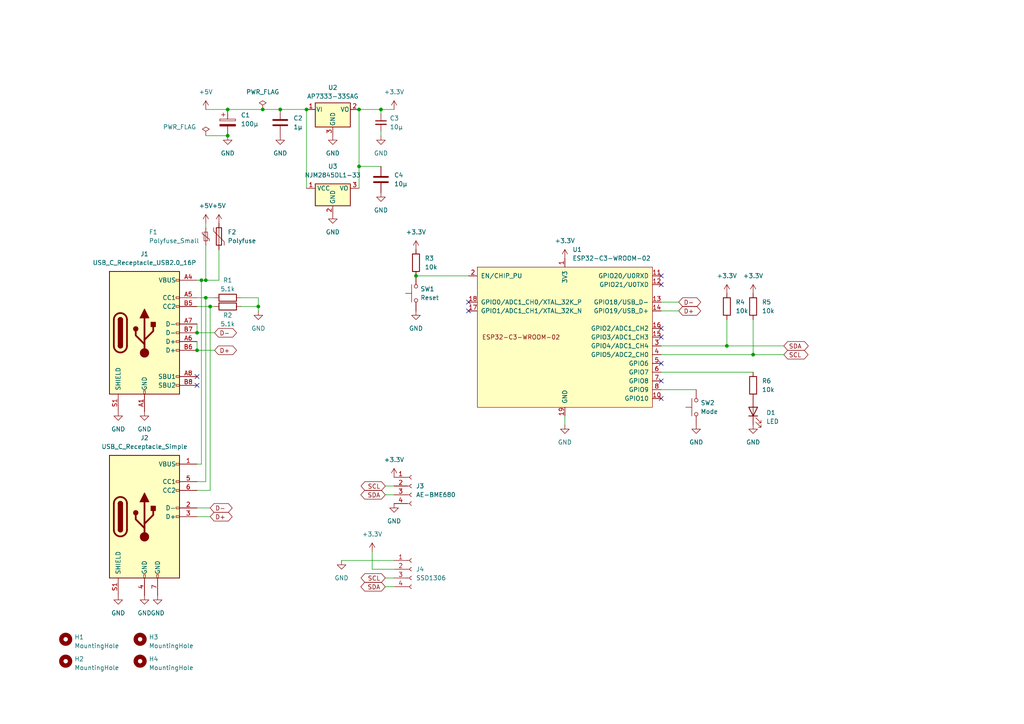
<source format=kicad_sch>
(kicad_sch (version 20230121) (generator eeschema)
  (paper "A4")
  (title_block (title "IoT環境メーター") (date "2024-02-06") (rev "1") (company "K.Takata"))
  (lib_symbols
    (symbol "Connector:Conn_01x04_Socket" (pin_names (offset 1.016) hide)
      (property "Reference" "J" (at 0 5.08 0))
      (property "Value" "Conn_01x04_Socket" (at 0 -7.62 0))
      (symbol "Conn_01x04_Socket_1_1"
        (arc (start 0 -4.572) (mid -0.5058 -5.08) (end 0 -5.588) (stroke (width 0.1524)))
        (arc (start 0 -2.032) (mid -0.5058 -2.54) (end 0 -3.048) (stroke (width 0.1524)))
        (polyline (pts (xy -1.27 -5.08) (xy -0.508 -5.08)) (stroke (width 0.1524)))
        (polyline (pts (xy -1.27 -2.54) (xy -0.508 -2.54)) (stroke (width 0.1524)))
        (polyline (pts (xy -1.27 0) (xy -0.508 0)) (stroke (width 0.1524)))
        (polyline (pts (xy -1.27 2.54) (xy -0.508 2.54)) (stroke (width 0.1524)))
        (arc (start 0 0.508) (mid -0.5058 0) (end 0 -0.508) (stroke (width 0.1524)))
        (arc (start 0 3.048) (mid -0.5058 2.54) (end 0 2.032) (stroke (width 0.1524)))
        (pin passive line (at -5.08 2.54 0) (length 3.81) (name "Pin_1") (number "1"))
        (pin passive line (at -5.08 0 0) (length 3.81) (name "Pin_2") (number "2"))
        (pin passive line (at -5.08 -2.54 0) (length 3.81) (name "Pin_3") (number "3"))
        (pin passive line (at -5.08 -5.08 0) (length 3.81) (name "Pin_4") (number "4"))
      )
    )
    (symbol "Connector:USB_C_Receptacle_USB2.0_16P" (pin_names (offset 1.016))
      (property "Reference" "J" (at 0 22.225 0))
      (property "Value" "USB_C_Receptacle_USB2.0_16P" (at 0 19.685 0))
      (symbol "USB_C_Receptacle_USB2.0_16P_0_0"
        (rectangle (start -0.254 -17.78) (end 0.254 -16.764))
        (rectangle (start 10.16 -14.986) (end 9.144 -15.494))
        (rectangle (start 10.16 -12.446) (end 9.144 -12.954))
        (rectangle (start 10.16 -4.826) (end 9.144 -5.334))
        (rectangle (start 10.16 -2.286) (end 9.144 -2.794))
        (rectangle (start 10.16 0.254) (end 9.144 -0.254))
        (rectangle (start 10.16 2.794) (end 9.144 2.286))
        (rectangle (start 10.16 7.874) (end 9.144 7.366))
        (rectangle (start 10.16 10.414) (end 9.144 9.906))
        (rectangle (start 10.16 15.494) (end 9.144 14.986))
      )
      (symbol "USB_C_Receptacle_USB2.0_16P_0_1"
        (rectangle (start -10.16 17.78) (end 10.16 -17.78) (stroke (width 0.254)) (fill (type background)))
        (arc (start -8.89 -3.81) (mid -6.985 -5.7067) (end -5.08 -3.81) (stroke (width 0.508)))
        (arc (start -7.62 -3.81) (mid -6.985 -4.4423) (end -6.35 -3.81) (stroke (width 0.254)))
        (arc (start -7.62 -3.81) (mid -6.985 -4.4423) (end -6.35 -3.81) (stroke (width 0.254)) (fill (type outline)))
        (rectangle (start -7.62 -3.81) (end -6.35 3.81) (stroke (width 0.254)) (fill (type outline)))
        (arc (start -6.35 3.81) (mid -6.985 4.4423) (end -7.62 3.81) (stroke (width 0.254)))
        (arc (start -6.35 3.81) (mid -6.985 4.4423) (end -7.62 3.81) (stroke (width 0.254)) (fill (type outline)))
        (arc (start -5.08 3.81) (mid -6.985 5.7067) (end -8.89 3.81) (stroke (width 0.508)))
        (circle (center -2.54 1.143) (radius 0.635) (stroke (width 0.254)) (fill (type outline)))
        (circle (center 0 -5.842) (radius 1.27) (fill (type outline)))
        (polyline (pts (xy -8.89 -3.81) (xy -8.89 3.81)) (stroke (width 0.508)))
        (polyline (pts (xy -5.08 3.81) (xy -5.08 -3.81)) (stroke (width 0.508)))
        (polyline (pts (xy 0 -5.842) (xy 0 4.318)) (stroke (width 0.508)))
        (polyline (pts (xy 0 -3.302) (xy -2.54 -0.762) (xy -2.54 0.508)) (stroke (width 0.508)))
        (polyline (pts (xy 0 -2.032) (xy 2.54 0.508) (xy 2.54 1.778)) (stroke (width 0.508)))
        (polyline (pts (xy -1.27 4.318) (xy 0 6.858) (xy 1.27 4.318) (xy -1.27 4.318)) (stroke (width 0.254)) (fill (type outline)))
        (rectangle (start 1.905 1.778) (end 3.175 3.048) (stroke (width 0.254)) (fill (type outline)))
      )
      (symbol "USB_C_Receptacle_USB2.0_16P_1_1"
        (pin passive line (at 0 -22.86 90) (length 5.08) (name "GND") (number "A1"))
        (pin passive line (at 0 -22.86 90) (length 5.08) hide (name "GND") (number "A12"))
        (pin passive line (at 15.24 15.24 180) (length 5.08) (name "VBUS") (number "A4"))
        (pin bidirectional line (at 15.24 10.16 180) (length 5.08) (name "CC1") (number "A5"))
        (pin bidirectional line (at 15.24 -2.54 180) (length 5.08) (name "D+") (number "A6"))
        (pin bidirectional line (at 15.24 2.54 180) (length 5.08) (name "D-") (number "A7"))
        (pin bidirectional line (at 15.24 -12.7 180) (length 5.08) (name "SBU1") (number "A8"))
        (pin passive line (at 15.24 15.24 180) (length 5.08) hide (name "VBUS") (number "A9"))
        (pin passive line (at 0 -22.86 90) (length 5.08) hide (name "GND") (number "B1"))
        (pin passive line (at 0 -22.86 90) (length 5.08) hide (name "GND") (number "B12"))
        (pin passive line (at 15.24 15.24 180) (length 5.08) hide (name "VBUS") (number "B4"))
        (pin bidirectional line (at 15.24 7.62 180) (length 5.08) (name "CC2") (number "B5"))
        (pin bidirectional line (at 15.24 -5.08 180) (length 5.08) (name "D+") (number "B6"))
        (pin bidirectional line (at 15.24 0 180) (length 5.08) (name "D-") (number "B7"))
        (pin bidirectional line (at 15.24 -15.24 180) (length 5.08) (name "SBU2") (number "B8"))
        (pin passive line (at 15.24 15.24 180) (length 5.08) hide (name "VBUS") (number "B9"))
        (pin passive line (at -7.62 -22.86 90) (length 5.08) (name "SHIELD") (number "S1"))
      )
    )
    (symbol "Device:C" (pin_numbers hide) (pin_names (offset 0.254))
      (property "Reference" "C" (at 0.635 2.54 0))
      (property "Value" "C" (at 0.635 -2.54 0))
      (symbol "C_0_1"
        (polyline (pts (xy -2.032 -0.762) (xy 2.032 -0.762)) (stroke (width 0.508)))
        (polyline (pts (xy -2.032 0.762) (xy 2.032 0.762)) (stroke (width 0.508)))
      )
      (symbol "C_1_1"
        (pin passive line (at 0 3.81 270) (length 2.794) (name "~") (number "1"))
        (pin passive line (at 0 -3.81 90) (length 2.794) (name "~") (number "2"))
      )
    )
    (symbol "Device:C_Polarized" (pin_numbers hide) (pin_names (offset 0.254))
      (property "Reference" "C" (at 0.635 2.54 0))
      (property "Value" "C_Polarized" (at 0.635 -2.54 0))
      (symbol "C_Polarized_0_1"
        (rectangle (start -2.286 0.508) (end 2.286 1.016))
        (polyline (pts (xy -1.778 2.286) (xy -0.762 2.286)))
        (polyline (pts (xy -1.27 2.794) (xy -1.27 1.778)))
        (rectangle (start 2.286 -0.508) (end -2.286 -1.016) (fill (type outline)))
      )
      (symbol "C_Polarized_1_1"
        (pin passive line (at 0 3.81 270) (length 2.794) (name "~") (number "1"))
        (pin passive line (at 0 -3.81 90) (length 2.794) (name "~") (number "2"))
      )
    )
    (symbol "Device:C_Small" (pin_numbers hide) (pin_names (offset 0.254) hide)
      (property "Reference" "C" (at 0.254 1.778 0))
      (property "Value" "C_Small" (at 0.254 -2.032 0))
      (symbol "C_Small_0_1"
        (polyline (pts (xy -1.524 -0.508) (xy 1.524 -0.508)) (stroke (width 0.3302)))
        (polyline (pts (xy -1.524 0.508) (xy 1.524 0.508)) (stroke (width 0.3048)))
      )
      (symbol "C_Small_1_1"
        (pin passive line (at 0 2.54 270) (length 2.032) (name "~") (number "1"))
        (pin passive line (at 0 -2.54 90) (length 2.032) (name "~") (number "2"))
      )
    )
    (symbol "Device:LED" (pin_numbers hide) (pin_names (offset 1.016) hide)
      (property "Reference" "D" (at 0 2.54 0))
      (property "Value" "LED" (at 0 -2.54 0))
      (symbol "LED_0_1"
        (polyline (pts (xy -1.27 -1.27) (xy -1.27 1.27)) (stroke (width 0.254)))
        (polyline (pts (xy -1.27 0) (xy 1.27 0)))
        (polyline (pts (xy 1.27 -1.27) (xy 1.27 1.27) (xy -1.27 0) (xy 1.27 -1.27)) (stroke (width 0.254)))
        (polyline (pts (xy -3.048 -0.762) (xy -4.572 -2.286) (xy -3.81 -2.286) (xy -4.572 -2.286) (xy -4.572 -1.524)))
        (polyline (pts (xy -1.778 -0.762) (xy -3.302 -2.286) (xy -2.54 -2.286) (xy -3.302 -2.286) (xy -3.302 -1.524)))
      )
      (symbol "LED_1_1"
        (pin passive line (at -3.81 0 0) (length 2.54) (name "K") (number "1"))
        (pin passive line (at 3.81 0 180) (length 2.54) (name "A") (number "2"))
      )
    )
    (symbol "Device:Polyfuse" (pin_numbers hide) (pin_names (offset 0))
      (property "Reference" "F" (at -2.54 0 90))
      (property "Value" "Polyfuse" (at 2.54 0 90))
      (symbol "Polyfuse_0_1"
        (rectangle (start -0.762 2.54) (end 0.762 -2.54) (stroke (width 0.254)))
        (polyline (pts (xy 0 2.54) (xy 0 -2.54)))
        (polyline (pts (xy -1.524 2.54) (xy -1.524 1.524) (xy 1.524 -1.524) (xy 1.524 -2.54)))
      )
      (symbol "Polyfuse_1_1"
        (pin passive line (at 0 3.81 270) (length 1.27) (name "~") (number "1"))
        (pin passive line (at 0 -3.81 90) (length 1.27) (name "~") (number "2"))
      )
    )
    (symbol "Device:Polyfuse_Small" (pin_numbers hide) (pin_names (offset 0))
      (property "Reference" "F" (at -1.905 0 90))
      (property "Value" "Polyfuse_Small" (at 1.905 0 90))
      (symbol "Polyfuse_Small_0_1"
        (rectangle (start -0.508 1.27) (end 0.508 -1.27))
        (polyline (pts (xy 0 2.54) (xy 0 -2.54)))
        (polyline (pts (xy -1.016 1.27) (xy -1.016 0.762) (xy 1.016 -0.762) (xy 1.016 -1.27)))
      )
      (symbol "Polyfuse_Small_1_1"
        (pin passive line (at 0 2.54 270) (length 0.635) (name "~") (number "1"))
        (pin passive line (at 0 -2.54 90) (length 0.635) (name "~") (number "2"))
      )
    )
    (symbol "Device:R" (pin_numbers hide) (pin_names (offset 0))
      (property "Reference" "R" (at 2.032 0 90))
      (property "Value" "R" (at 0 0 90))
      (symbol "R_0_1"
        (rectangle (start -1.016 -2.54) (end 1.016 2.54) (stroke (width 0.254)))
      )
      (symbol "R_1_1"
        (pin passive line (at 0 3.81 270) (length 1.27) (name "~") (number "1"))
        (pin passive line (at 0 -3.81 90) (length 1.27) (name "~") (number "2"))
      )
    )
    (symbol "Mechanical:MountingHole" (pin_names (offset 1.016))
      (property "Reference" "H" (at 0 5.08 0))
      (property "Value" "MountingHole" (at 0 3.175 0))
      (symbol "MountingHole_0_1"
        (circle (center 0 0) (radius 1.27) (stroke (width 1.27)))
      )
    )
    (symbol "PCM_Espressif:ESP32-C3-WROOM-02" (pin_names (offset 1.016))
      (property "Reference" "U" (at -25.4 25.4 0))
      (property "Value" "ESP32-C3-WROOM-02" (at -25.4 22.86 0))
      (symbol "ESP32-C3-WROOM-02_0_0"
        (text "ESP32-C3-WROOM-02" (at -12.7 0 0) (effects (font (size 1.27 1.27))))
      )
      (symbol "ESP32-C3-WROOM-02_0_1"
        (rectangle (start 25.4 20.32) (end -25.4 -20.32) (fill (type background)))
      )
      (symbol "ESP32-C3-WROOM-02_1_1"
        (pin power_in line (at 0 22.86 270) (length 2.54) (name "3V3") (number "1"))
        (pin bidirectional line (at 27.94 -17.78 180) (length 2.54) (name "GPIO10") (number "10"))
        (pin bidirectional line (at 27.94 17.78 180) (length 2.54) (name "GPIO20/U0RXD") (number "11"))
        (pin bidirectional line (at 27.94 15.24 180) (length 2.54) (name "GPIO21/U0TXD") (number "12"))
        (pin bidirectional line (at 27.94 10.16 180) (length 2.54) (name "GPIO18/USB_D-") (number "13"))
        (pin bidirectional line (at 27.94 7.62 180) (length 2.54) (name "GPIO19/USB_D+") (number "14"))
        (pin bidirectional line (at 27.94 0 180) (length 2.54) (name "GPIO3/ADC1_CH3") (number "15"))
        (pin bidirectional line (at 27.94 2.54 180) (length 2.54) (name "GPIO2/ADC1_CH2") (number "16"))
        (pin bidirectional line (at -27.94 7.62 0) (length 2.54) (name "GPIO1/ADC1_CH1/XTAL_32K_N") (number "17"))
        (pin bidirectional line (at -27.94 10.16 0) (length 2.54) (name "GPIO0/ADC1_CH0/XTAL_32K_P") (number "18"))
        (pin power_in line (at 0 -22.86 90) (length 2.54) (name "GND") (number "19"))
        (pin input line (at -27.94 17.78 0) (length 2.54) (name "EN/CHIP_PU") (number "2"))
        (pin bidirectional line (at 27.94 -2.54 180) (length 2.54) (name "GPIO4/ADC1_CH4") (number "3"))
        (pin bidirectional line (at 27.94 -5.08 180) (length 2.54) (name "GPIO5/ADC2_CH0") (number "4"))
        (pin bidirectional line (at 27.94 -7.62 180) (length 2.54) (name "GPIO6") (number "5"))
        (pin bidirectional line (at 27.94 -10.16 180) (length 2.54) (name "GPIO7") (number "6"))
        (pin bidirectional line (at 27.94 -12.7 180) (length 2.54) (name "GPIO8") (number "7"))
        (pin bidirectional line (at 27.94 -15.24 180) (length 2.54) (name "GPIO9") (number "8"))
        (pin passive line (at 0 -22.86 90) (length 2.54) hide (name "GND") (number "9"))
      )
    )
    (symbol "Regulator_Linear:AP7384-33SA" (pin_names (offset 0.254))
      (property "Reference" "U" (at -3.81 3.175 0))
      (property "Value" "AP7384-33SA" (at 0 3.175 0))
      (symbol "AP7384-33SA_0_1"
        (rectangle (start -5.08 1.905) (end 5.08 -5.08) (stroke (width 0.254)) (fill (type background)))
      )
      (symbol "AP7384-33SA_1_1"
        (pin power_in line (at -7.62 0 0) (length 2.54) (name "VI") (number "1"))
        (pin power_out line (at 7.62 0 180) (length 2.54) (name "VO") (number "2"))
        (pin power_in line (at 0 -7.62 90) (length 2.54) (name "GND") (number "3"))
      )
    )
    (symbol "Regulator_Linear:BD33FC0FP"
      (property "Reference" "U" (at 0 7.62 0))
      (property "Value" "BD33FC0FP" (at 0 5.08 0))
      (symbol "BD33FC0FP_1_1"
        (rectangle (start -5.08 -5.08) (end 5.08 1.27) (stroke (width 0.254)) (fill (type background)))
        (pin power_in line (at -7.62 0 0) (length 2.54) (name "VCC") (number "1"))
        (pin power_in line (at 0 -7.62 90) (length 2.54) (name "GND") (number "2"))
        (pin power_out line (at 7.62 0 180) (length 2.54) (name "VO") (number "3"))
      )
    )
    (symbol "Switch:SW_Push" (pin_numbers hide) (pin_names (offset 1.016) hide)
      (property "Reference" "SW" (at 1.27 2.54 0))
      (property "Value" "SW_Push" (at 0 -1.524 0))
      (symbol "SW_Push_0_1"
        (circle (center -2.032 0) (radius 0.508))
        (polyline (pts (xy 0 1.27) (xy 0 3.048)))
        (polyline (pts (xy 2.54 1.27) (xy -2.54 1.27)))
        (circle (center 2.032 0) (radius 0.508))
        (pin passive line (at -5.08 0 0) (length 2.54) (name "1") (number "1"))
        (pin passive line (at 5.08 0 180) (length 2.54) (name "2") (number "2"))
      )
    )
    (symbol "mylib:USB_C_Receptacle_Simple" (pin_names (offset 1.016))
      (property "Reference" "J" (at -10.16 19.05 0))
      (property "Value" "USB_C_Receptacle_Simple" (at 19.05 19.05 0))
      (symbol "USB_C_Receptacle_Simple_0_0"
        (rectangle (start -0.254 -16.764) (end 0.254 -17.78))
        (rectangle (start 3.556 -16.764) (end 4.064 -17.78))
        (rectangle (start 10.16 0.254) (end 9.144 -0.254))
        (rectangle (start 10.16 2.794) (end 9.144 2.286))
        (rectangle (start 10.16 7.874) (end 9.144 7.366))
        (rectangle (start 10.16 10.414) (end 9.144 9.906))
        (rectangle (start 10.16 15.494) (end 9.144 14.986))
      )
      (symbol "USB_C_Receptacle_Simple_0_1"
        (rectangle (start -10.16 17.78) (end 10.16 -17.78) (stroke (width 0.254)) (fill (type background)))
        (arc (start -8.89 -3.81) (mid -6.985 -5.7067) (end -5.08 -3.81) (stroke (width 0.508)))
        (arc (start -7.62 -3.81) (mid -6.985 -4.4423) (end -6.35 -3.81) (stroke (width 0.254)))
        (arc (start -7.62 -3.81) (mid -6.985 -4.4423) (end -6.35 -3.81) (stroke (width 0.254)) (fill (type outline)))
        (rectangle (start -7.62 -3.81) (end -6.35 3.81) (stroke (width 0.254)) (fill (type outline)))
        (arc (start -6.35 3.81) (mid -6.985 4.4423) (end -7.62 3.81) (stroke (width 0.254)))
        (arc (start -6.35 3.81) (mid -6.985 4.4423) (end -7.62 3.81) (stroke (width 0.254)) (fill (type outline)))
        (arc (start -5.08 3.81) (mid -6.985 5.7067) (end -8.89 3.81) (stroke (width 0.508)))
        (circle (center -2.54 1.143) (radius 0.635) (stroke (width 0.254)) (fill (type outline)))
        (circle (center 0 -5.842) (radius 1.27) (fill (type outline)))
        (polyline (pts (xy -8.89 -3.81) (xy -8.89 3.81)) (stroke (width 0.508)))
        (polyline (pts (xy -5.08 3.81) (xy -5.08 -3.81)) (stroke (width 0.508)))
        (polyline (pts (xy 0 -5.842) (xy 0 4.318)) (stroke (width 0.508)))
        (polyline (pts (xy 0 -3.302) (xy -2.54 -0.762) (xy -2.54 0.508)) (stroke (width 0.508)))
        (polyline (pts (xy 0 -2.032) (xy 2.54 0.508) (xy 2.54 1.778)) (stroke (width 0.508)))
        (polyline (pts (xy -1.27 4.318) (xy 0 6.858) (xy 1.27 4.318) (xy -1.27 4.318)) (stroke (width 0.254)) (fill (type outline)))
        (rectangle (start 1.905 1.778) (end 3.175 3.048) (stroke (width 0.254)) (fill (type outline)))
      )
      (symbol "USB_C_Receptacle_Simple_1_1"
        (pin passive line (at 15.24 15.24 180) (length 5.08) (name "VBUS") (number "1"))
        (pin bidirectional line (at 15.24 2.54 180) (length 5.08) (name "D-") (number "2"))
        (pin bidirectional line (at 15.24 0 180) (length 5.08) (name "D+") (number "3"))
        (pin passive line (at 0 -22.86 90) (length 5.08) (name "GND") (number "4"))
        (pin bidirectional line (at 15.24 10.16 180) (length 5.08) (name "CC1") (number "5"))
        (pin bidirectional line (at 15.24 7.62 180) (length 5.08) (name "CC2") (number "6"))
        (pin passive line (at 3.81 -22.86 90) (length 5.08) (name "GND") (number "7"))
        (pin passive line (at 0 -22.86 90) (length 5.08) hide (name "GND") (number "A12"))
        (pin passive line (at 15.24 15.24 180) (length 5.08) hide (name "VBUS") (number "A9"))
        (pin passive line (at 3.81 -22.86 90) (length 5.08) hide (name "GND") (number "B12"))
        (pin passive line (at 15.24 15.24 180) (length 5.08) hide (name "VBUS") (number "B4"))
        (pin bidirectional line (at 15.24 0 180) (length 5.08) hide (name "D+") (number "B6"))
        (pin bidirectional line (at 15.24 2.54 180) (length 5.08) hide (name "D-") (number "B7"))
        (pin passive line (at 15.24 15.24 180) (length 5.08) hide (name "VBUS") (number "B9"))
        (pin passive line (at -7.62 -22.86 90) (length 5.08) (name "SHIELD") (number "S1"))
      )
    )
    (symbol "power:+3.3V" (power) (pin_names (offset 0))
      (property "Value" "+3.3V" (at 0 3.556 0))
      (symbol "+3.3V_0_1"
        (polyline (pts (xy -0.762 1.27) (xy 0 2.54)))
        (polyline (pts (xy 0 0) (xy 0 2.54)))
        (polyline (pts (xy 0 2.54) (xy 0.762 1.27)))
      )
      (symbol "+3.3V_1_1"
        (pin power_in line (at 0 0 90) (length 0) hide (name "+3.3V") (number "1"))
      )
    )
    (symbol "power:+5V" (power) (pin_names (offset 0))
      (property "Value" "+5V" (at 0 3.556 0))
      (symbol "+5V_0_1"
        (polyline (pts (xy -0.762 1.27) (xy 0 2.54)))
        (polyline (pts (xy 0 0) (xy 0 2.54)))
        (polyline (pts (xy 0 2.54) (xy 0.762 1.27)))
      )
      (symbol "+5V_1_1"
        (pin power_in line (at 0 0 90) (length 0) hide (name "+5V") (number "1"))
      )
    )
    (symbol "power:GND" (power) (pin_names (offset 0))
      (property "Value" "GND" (at 0 -3.81 0))
      (symbol "GND_0_1"
        (polyline (pts (xy 0 0) (xy 0 -1.27) (xy 1.27 -1.27) (xy 0 -2.54) (xy -1.27 -1.27) (xy 0 -1.27)))
      )
      (symbol "GND_1_1"
        (pin power_in line (at 0 0 270) (length 0) hide (name "GND") (number "1"))
      )
    )
    (symbol "power:PWR_FLAG" (power) (pin_numbers hide) (pin_names (offset 0) hide)
      (property "Value" "PWR_FLAG" (at 0 3.81 0))
      (symbol "PWR_FLAG_0_0"
        (pin power_out line (at 0 0 90) (length 0) (name "pwr") (number "1"))
      )
      (symbol "PWR_FLAG_0_1"
        (polyline (pts (xy 0 0) (xy 0 1.27) (xy -1.016 1.905) (xy 0 2.54) (xy 1.016 1.905) (xy 0 1.27)))
      )
    )
  )
  (junction (at 218.44 102.87))
  (junction (at 76.2 31.75))
  (junction (at 104.14 31.75))
  (junction (at 120.65 80.01))
  (junction (at 74.93 88.9))
  (junction (at 81.28 31.75))
  (junction (at 88.9 31.75))
  (junction (at 104.14 48.26))
  (junction (at 66.04 39.37))
  (junction (at 59.69 81.28))
  (junction (at 210.82 100.33))
  (junction (at 66.04 31.75))
  (junction (at 59.69 86.36))
  (junction (at 58.42 81.28))
  (junction (at 60.96 88.9))
  (junction (at 110.49 31.75))
  (junction (at 57.15 96.52))
  (junction (at 57.15 101.6))
  (no_connect (at 135.89 90.17))
  (no_connect (at 191.77 80.01))
  (no_connect (at 57.15 111.76))
  (no_connect (at 57.15 109.22))
  (no_connect (at 191.77 115.57))
  (no_connect (at 191.77 82.55))
  (no_connect (at 191.77 105.41))
  (no_connect (at 135.89 87.63))
  (no_connect (at 191.77 95.25))
  (no_connect (at 191.77 110.49))
  (no_connect (at 191.77 97.79))
  (wire (pts (xy 66.04 31.75) (xy 76.2 31.75)))
  (wire (pts (xy 120.65 80.01) (xy 135.89 80.01)))
  (wire (pts (xy 104.14 31.75) (xy 104.14 48.26)))
  (wire (pts (xy 88.9 54.61) (xy 88.9 31.75)))
  (wire (pts (xy 57.15 81.28) (xy 58.42 81.28)))
  (wire (pts (xy 57.15 99.06) (xy 57.15 101.6)))
  (wire (pts (xy 57.15 101.6) (xy 62.23 101.6)))
  (wire (pts (xy 163.83 123.19) (xy 163.83 120.65)))
  (wire (pts (xy 60.96 142.24) (xy 60.96 88.9)))
  (wire (pts (xy 59.69 81.28) (xy 59.69 71.12)))
  (wire (pts (xy 62.23 88.9) (xy 60.96 88.9)))
  (wire (pts (xy 63.5 72.39) (xy 63.5 81.28)))
  (wire (pts (xy 196.85 87.63) (xy 191.77 87.63)))
  (wire (pts (xy 69.85 88.9) (xy 74.93 88.9)))
  (wire (pts (xy 191.77 100.33) (xy 210.82 100.33)))
  (wire (pts (xy 74.93 86.36) (xy 74.93 88.9)))
  (wire (pts (xy 57.15 142.24) (xy 60.96 142.24)))
  (wire (pts (xy 111.76 143.51) (xy 114.3 143.51)))
  (wire (pts (xy 69.85 86.36) (xy 74.93 86.36)))
  (wire (pts (xy 59.69 39.37) (xy 66.04 39.37)))
  (wire (pts (xy 81.28 31.75) (xy 88.9 31.75)))
  (wire (pts (xy 60.96 147.32) (xy 57.15 147.32)))
  (wire (pts (xy 57.15 134.62) (xy 58.42 134.62)))
  (wire (pts (xy 191.77 102.87) (xy 218.44 102.87)))
  (wire (pts (xy 104.14 48.26) (xy 104.14 54.61)))
  (wire (pts (xy 104.14 31.75) (xy 110.49 31.75)))
  (wire (pts (xy 66.04 31.75) (xy 59.69 31.75)))
  (wire (pts (xy 218.44 102.87) (xy 227.33 102.87)))
  (wire (pts (xy 59.69 86.36) (xy 57.15 86.36)))
  (wire (pts (xy 58.42 81.28) (xy 59.69 81.28)))
  (wire (pts (xy 107.95 160.02) (xy 107.95 165.1)))
  (wire (pts (xy 111.76 140.97) (xy 114.3 140.97)))
  (wire (pts (xy 99.06 162.56) (xy 114.3 162.56)))
  (wire (pts (xy 57.15 93.98) (xy 57.15 96.52)))
  (wire (pts (xy 191.77 113.03) (xy 201.93 113.03)))
  (wire (pts (xy 76.2 31.75) (xy 81.28 31.75)))
  (wire (pts (xy 62.23 86.36) (xy 59.69 86.36)))
  (wire (pts (xy 74.93 90.17) (xy 74.93 88.9)))
  (wire (pts (xy 60.96 149.86) (xy 57.15 149.86)))
  (wire (pts (xy 110.49 33.02) (xy 110.49 31.75)))
  (wire (pts (xy 111.76 167.64) (xy 114.3 167.64)))
  (wire (pts (xy 58.42 134.62) (xy 58.42 81.28)))
  (wire (pts (xy 110.49 38.1) (xy 110.49 39.37)))
  (wire (pts (xy 218.44 92.71) (xy 218.44 102.87)))
  (wire (pts (xy 107.95 165.1) (xy 114.3 165.1)))
  (wire (pts (xy 59.69 64.77) (xy 59.69 66.04)))
  (wire (pts (xy 210.82 100.33) (xy 227.33 100.33)))
  (wire (pts (xy 110.49 31.75) (xy 114.3 31.75)))
  (wire (pts (xy 210.82 92.71) (xy 210.82 100.33)))
  (wire (pts (xy 104.14 48.26) (xy 110.49 48.26)))
  (wire (pts (xy 60.96 88.9) (xy 57.15 88.9)))
  (wire (pts (xy 57.15 96.52) (xy 62.23 96.52)))
  (wire (pts (xy 59.69 139.7) (xy 59.69 86.36)))
  (wire (pts (xy 111.76 170.18) (xy 114.3 170.18)))
  (wire (pts (xy 191.77 107.95) (xy 218.44 107.95)))
  (wire (pts (xy 63.5 81.28) (xy 59.69 81.28)))
  (wire (pts (xy 57.15 139.7) (xy 59.69 139.7)))
  (wire (pts (xy 196.85 90.17) (xy 191.77 90.17)))
  (global_label "D-" (shape bidirectional) (at 62.23 96.52 0) (property "Intersheetrefs" "${INTERSHEET_REFS}" (effects hide)))
  (global_label "D+" (shape bidirectional) (at 196.85 90.17 0) (property "Intersheetrefs" "${INTERSHEET_REFS}" (effects hide)))
  (global_label "SCL" (shape bidirectional) (at 227.33 102.87 0) (property "Intersheetrefs" "${INTERSHEET_REFS}" (effects hide)))
  (global_label "D+" (shape bidirectional) (at 60.96 149.86 0) (property "Intersheetrefs" "${INTERSHEET_REFS}" (effects hide)))
  (global_label "D-" (shape bidirectional) (at 60.96 147.32 0) (property "Intersheetrefs" "${INTERSHEET_REFS}" (effects hide)))
  (global_label "SDA" (shape bidirectional) (at 111.76 170.18 180) (property "Intersheetrefs" "${INTERSHEET_REFS}" (effects hide)))
  (global_label "D+" (shape bidirectional) (at 62.23 101.6 0) (property "Intersheetrefs" "${INTERSHEET_REFS}" (effects hide)))
  (global_label "D-" (shape bidirectional) (at 196.85 87.63 0) (property "Intersheetrefs" "${INTERSHEET_REFS}" (effects hide)))
  (global_label "SCL" (shape bidirectional) (at 111.76 140.97 180) (property "Intersheetrefs" "${INTERSHEET_REFS}" (effects hide)))
  (global_label "SCL" (shape bidirectional) (at 111.76 167.64 180) (property "Intersheetrefs" "${INTERSHEET_REFS}" (effects hide)))
  (global_label "SDA" (shape bidirectional) (at 111.76 143.51 180) (property "Intersheetrefs" "${INTERSHEET_REFS}" (effects hide)))
  (global_label "SDA" (shape bidirectional) (at 227.33 100.33 0) (property "Intersheetrefs" "${INTERSHEET_REFS}" (effects hide)))
  (symbol (lib_id "Mechanical:MountingHole") (at 19.05 191.77 0) (unit 1)
    (property "Reference" "H2" (at 21.59 191.135 0) (effects (justify left)))
    (property "Value" "MountingHole" (at 21.59 193.675 0) (effects (justify left)))
    (property "Footprint" "MountingHole:MountingHole_3.2mm_M3" (effects hide))
  )
  (symbol (lib_id "power:PWR_FLAG") (at 76.2 31.75 0) (unit 1)
    (property "Reference" "#FLG01" (effects hide))
    (property "Value" "PWR_FLAG" (at 76.2 26.67 0))
  )
  (symbol (lib_id "Device:R") (at 210.82 88.9 0) (unit 1)
    (property "Reference" "R4" (at 213.36 87.63 0) (effects (justify left)))
    (property "Value" "10k" (at 213.36 90.17 0) (effects (justify left)))
    (property "Footprint" "Resistor_THT:R_Axial_DIN0207_L6.3mm_D2.5mm_P7.62mm_Horizontal" (effects hide))
  )
  (symbol (lib_id "PCM_Espressif:ESP32-C3-WROOM-02") (at 163.83 97.79 0) (unit 1)
    (property "Reference" "U1" (at 166.0241 72.39 0) (effects (justify left)))
    (property "Value" "ESP32-C3-WROOM-02" (at 166.0241 74.93 0) (effects (justify left)))
    (property "Footprint" "PCM_Espressif:ESP32-C3-WROOM-02" (effects hide))
    (property "Datasheet" "https://www.espressif.com/sites/default/files/documentation/esp32-c3-wroom-02_datasheet_en.pdf" (effects hide))
  )
  (symbol (lib_id "power:+3.3V") (at 114.3 31.75 0) (unit 1)
    (property "Reference" "#PWR013" (effects hide))
    (property "Value" "+3.3V" (at 114.3 26.67 0))
  )
  (symbol (lib_id "Mechanical:MountingHole") (at 40.64 191.77 0) (unit 1)
    (property "Reference" "H4" (at 43.18 191.135 0) (effects (justify left)))
    (property "Value" "MountingHole" (at 43.18 193.675 0) (effects (justify left)))
    (property "Footprint" "MountingHole:MountingHole_3.2mm_M3" (effects hide))
  )
  (symbol (lib_id "power:+3.3V") (at 218.44 85.09 0) (unit 1)
    (property "Reference" "#PWR012" (effects hide))
    (property "Value" "+3.3V" (at 218.44 80.01 0))
  )
  (symbol (lib_id "power:+5V") (at 59.69 64.77 0) (unit 1)
    (property "Reference" "#PWR018" (effects hide))
    (property "Value" "+5V" (at 59.69 59.69 0))
  )
  (symbol (lib_id "power:GND") (at 96.52 39.37 0) (unit 1)
    (property "Reference" "#PWR016" (effects hide))
    (property "Value" "GND" (at 96.52 44.45 0))
  )
  (symbol (lib_id "Device:R") (at 218.44 88.9 0) (unit 1)
    (property "Reference" "R5" (at 220.98 87.63 0) (effects (justify left)))
    (property "Value" "10k" (at 220.98 90.17 0) (effects (justify left)))
    (property "Footprint" "Resistor_THT:R_Axial_DIN0207_L6.3mm_D2.5mm_P7.62mm_Horizontal" (effects hide))
  )
  (symbol (lib_id "Mechanical:MountingHole") (at 40.64 185.42 0) (unit 1)
    (property "Reference" "H3" (at 43.18 184.785 0) (effects (justify left)))
    (property "Value" "MountingHole" (at 43.18 187.325 0) (effects (justify left)))
    (property "Footprint" "MountingHole:MountingHole_3.2mm_M3" (effects hide))
  )
  (symbol (lib_id "power:GND") (at 41.91 119.38 0) (unit 1)
    (property "Reference" "#PWR08" (effects hide))
    (property "Value" "GND" (at 41.91 124.46 0))
  )
  (symbol (lib_id "power:GND") (at 34.29 172.72 0) (unit 1)
    (property "Reference" "#PWR028" (effects hide))
    (property "Value" "GND" (at 34.29 177.8 0))
  )
  (symbol (lib_id "power:+3.3V") (at 210.82 85.09 0) (unit 1)
    (property "Reference" "#PWR01" (effects hide))
    (property "Value" "+3.3V" (at 210.82 80.01 0))
  )
  (symbol (lib_id "Switch:SW_Push") (at 201.93 118.11 90) (unit 1)
    (property "Reference" "SW2" (at 203.2 116.84 90) (effects (justify right)))
    (property "Value" "Mode" (at 203.2 119.38 90) (effects (justify right)))
    (property "Footprint" "Button_Switch_THT:SW_Tactile_Straight_KSL0Axx1LFTR" (effects hide))
  )
  (symbol (lib_id "power:+3.3V") (at 107.95 160.02 0) (unit 1)
    (property "Reference" "#PWR020" (effects hide))
    (property "Value" "+3.3V" (at 107.95 154.94 0))
  )
  (symbol (lib_id "power:GND") (at 41.91 172.72 0) (unit 1)
    (property "Reference" "#PWR027" (effects hide))
    (property "Value" "GND" (at 41.91 177.8 0))
  )
  (symbol (lib_id "Connector:USB_C_Receptacle_USB2.0_16P") (at 41.91 96.52 0) (unit 1)
    (property "Reference" "J1" (at 41.91 73.66 0))
    (property "Value" "USB_C_Receptacle_USB2.0_16P" (at 41.91 76.2 0))
    (property "Footprint" "Connector_USB:USB_C_Receptacle_XKB_U262-16XN-4BVC11" (effects hide))
    (property "Datasheet" "https://www.usb.org/sites/default/files/documents/usb_type-c.zip" (effects hide))
  )
  (symbol (lib_id "power:GND") (at 66.04 39.37 0) (unit 1)
    (property "Reference" "#PWR015" (effects hide))
    (property "Value" "GND" (at 66.04 44.45 0))
  )
  (symbol (lib_id "power:+5V") (at 59.69 31.75 0) (unit 1)
    (property "Reference" "#PWR02" (effects hide))
    (property "Value" "+5V" (at 59.69 26.67 0))
  )
  (symbol (lib_id "Switch:SW_Push") (at 120.65 85.09 90) (unit 1)
    (property "Reference" "SW1" (at 121.92 83.82 90) (effects (justify right)))
    (property "Value" "Reset" (at 121.92 86.36 90) (effects (justify right)))
    (property "Footprint" "Button_Switch_THT:SW_Tactile_Straight_KSL0Axx1LFTR" (effects hide))
  )
  (symbol (lib_id "Connector:Conn_01x04_Socket") (at 119.38 165.1 0) (unit 1)
    (property "Reference" "J4" (at 120.65 165.1 0) (effects (justify left)))
    (property "Value" "SSD1306" (at 120.65 167.64 0) (effects (justify left)))
    (property "Footprint" "Connector_PinSocket_2.54mm:PinSocket_1x04_P2.54mm_Vertical" (effects hide))
  )
  (symbol (lib_id "power:GND") (at 34.29 119.38 0) (unit 1)
    (property "Reference" "#PWR09" (effects hide))
    (property "Value" "GND" (at 34.29 124.46 0))
  )
  (symbol (lib_id "power:GND") (at 163.83 123.19 0) (unit 1)
    (property "Reference" "#PWR06" (effects hide))
    (property "Value" "GND" (at 163.83 128.27 0))
  )
  (symbol (lib_id "Device:C") (at 110.49 52.07 0) (unit 1)
    (property "Reference" "C4" (at 114.3 50.8 0) (effects (justify left)))
    (property "Value" "10μ" (at 114.3 53.34 0) (effects (justify left)))
    (property "Footprint" "Capacitor_THT:C_Disc_D4.7mm_W2.5mm_P5.00mm" (effects hide))
  )
  (symbol (lib_id "power:GND") (at 110.49 55.88 0) (unit 1)
    (property "Reference" "#PWR024" (effects hide))
    (property "Value" "GND" (at 110.49 60.96 0))
  )
  (symbol (lib_id "power:GND") (at 74.93 90.17 0) (unit 1)
    (property "Reference" "#PWR010" (effects hide))
    (property "Value" "GND" (at 74.93 95.25 0))
  )
  (symbol (lib_id "Connector:Conn_01x04_Socket") (at 119.38 140.97 0) (unit 1)
    (property "Reference" "J3" (at 120.65 140.97 0) (effects (justify left)))
    (property "Value" "AE-BME680" (at 120.65 143.51 0) (effects (justify left)))
    (property "Footprint" "Connector_PinSocket_2.54mm:PinSocket_1x04_P2.54mm_Vertical" (effects hide))
  )
  (symbol (lib_id "Device:R") (at 66.04 86.36 90) (unit 1)
    (property "Reference" "R1" (at 66.04 81.28 90))
    (property "Value" "5.1k" (at 66.04 83.82 90))
    (property "Footprint" "Resistor_THT:R_Axial_DIN0204_L3.6mm_D1.6mm_P5.08mm_Horizontal" (effects hide))
  )
  (symbol (lib_id "Device:R") (at 120.65 76.2 0) (unit 1)
    (property "Reference" "R3" (at 123.19 74.93 0) (effects (justify left)))
    (property "Value" "10k" (at 123.19 77.47 0) (effects (justify left)))
    (property "Footprint" "Resistor_THT:R_Axial_DIN0207_L6.3mm_D2.5mm_P7.62mm_Horizontal" (effects hide))
  )
  (symbol (lib_id "power:GND") (at 201.93 123.19 0) (unit 1)
    (property "Reference" "#PWR03" (effects hide))
    (property "Value" "GND" (at 201.93 128.27 0))
  )
  (symbol (lib_id "Device:C") (at 81.28 35.56 0) (unit 1)
    (property "Reference" "C2" (at 85.09 34.29 0) (effects (justify left)))
    (property "Value" "1μ" (at 85.09 36.83 0) (effects (justify left)))
    (property "Footprint" "Capacitor_THT:C_Disc_D3.8mm_W2.6mm_P2.50mm" (effects hide))
  )
  (symbol (lib_id "power:GND") (at 218.44 123.19 0) (unit 1)
    (property "Reference" "#PWR011" (effects hide))
    (property "Value" "GND" (at 218.44 128.27 0))
  )
  (symbol (lib_id "power:+5V") (at 63.5 64.77 0) (unit 1)
    (property "Reference" "#PWR025" (effects hide))
    (property "Value" "+5V" (at 63.5 59.69 0))
  )
  (symbol (lib_id "power:PWR_FLAG") (at 59.69 39.37 0) (unit 1)
    (property "Reference" "#FLG02" (effects hide))
    (property "Value" "PWR_FLAG" (at 52.07 36.83 0))
  )
  (symbol (lib_id "Device:R") (at 218.44 111.76 0) (unit 1)
    (property "Reference" "R6" (at 220.98 110.49 0) (effects (justify left)))
    (property "Value" "10k" (at 220.98 113.03 0) (effects (justify left)))
    (property "Footprint" "Resistor_THT:R_Axial_DIN0207_L6.3mm_D2.5mm_P7.62mm_Horizontal" (effects hide))
  )
  (symbol (lib_id "power:+3.3V") (at 114.3 138.43 0) (unit 1)
    (property "Reference" "#PWR019" (effects hide))
    (property "Value" "+3.3V" (at 114.3 133.35 0))
  )
  (symbol (lib_id "Regulator_Linear:BD33FC0FP") (at 96.52 54.61 0) (unit 1)
    (property "Reference" "U3" (at 96.52 48.26 0))
    (property "Value" "NJM2845DL1-33" (at 96.52 50.8 0))
    (property "Footprint" "Package_TO_SOT_SMD:TO-252-2" (effects hide))
    (property "Datasheet" "https://fscdn.rohm.com/en/products/databook/datasheet/ic/power/linear_regulator/bdxxfc0wefj-e.pdf" (effects hide))
    (property "Sim.Enable" "0" (effects hide))
  )
  (symbol (lib_id "mylib:USB_C_Receptacle_Simple") (at 41.91 149.86 0) (unit 1)
    (property "Reference" "J2" (at 41.91 127 0))
    (property "Value" "USB_C_Receptacle_Simple" (at 41.91 129.54 0))
    (property "Footprint" "mylib:Connector_USB_C_simple" (effects hide))
    (property "Datasheet" "https://www.usb.org/sites/default/files/documents/usb_type-c.zip" (effects hide))
  )
  (symbol (lib_id "power:+3.3V") (at 163.83 74.93 0) (unit 1)
    (property "Reference" "#PWR07" (effects hide))
    (property "Value" "+3.3V" (at 163.83 69.85 0))
  )
  (symbol (lib_id "Device:Polyfuse") (at 63.5 68.58 180) (unit 1)
    (property "Reference" "F2" (at 66.04 67.31 0) (effects (justify right)))
    (property "Value" "Polyfuse" (at 66.04 69.85 0) (effects (justify right)))
    (property "Footprint" "Capacitor_THT:C_Disc_D4.3mm_W1.9mm_P5.00mm" (effects hide))
  )
  (symbol (lib_id "power:GND") (at 110.49 39.37 0) (unit 1)
    (property "Reference" "#PWR017" (effects hide))
    (property "Value" "GND" (at 110.49 44.45 0))
  )
  (symbol (lib_id "Regulator_Linear:AP7384-33SA") (at 96.52 31.75 0) (unit 1)
    (property "Reference" "U2" (at 96.52 25.4 0))
    (property "Value" "AP7333-33SAG" (at 96.52 27.94 0))
    (property "Footprint" "Package_TO_SOT_SMD:SOT-23" (effects hide))
    (property "Datasheet" "https://www.diodes.com/assets/Datasheets/AP7384.pdf" (effects hide))
  )
  (symbol (lib_id "Device:C_Polarized") (at 66.04 35.56 0) (unit 1)
    (property "Reference" "C1" (at 69.85 33.401 0) (effects (justify left)))
    (property "Value" "100μ" (at 69.85 35.941 0) (effects (justify left)))
    (property "Footprint" "Capacitor_THT:CP_Radial_D6.3mm_P2.50mm" (effects hide))
  )
  (symbol (lib_id "power:GND") (at 99.06 162.56 0) (unit 1)
    (property "Reference" "#PWR022" (effects hide))
    (property "Value" "GND" (at 99.06 167.64 0))
  )
  (symbol (lib_id "Device:R") (at 66.04 88.9 90) (unit 1)
    (property "Reference" "R2" (at 66.04 91.44 90))
    (property "Value" "5.1k" (at 66.04 93.98 90))
    (property "Footprint" "Resistor_THT:R_Axial_DIN0204_L3.6mm_D1.6mm_P5.08mm_Horizontal" (effects hide))
  )
  (symbol (lib_id "Device:Polyfuse_Small") (at 59.69 68.58 180) (unit 1)
    (property "Reference" "F1" (at 43.18 67.31 0) (effects (justify right)))
    (property "Value" "Polyfuse_Small" (at 43.18 69.85 0) (effects (justify right)))
    (property "Footprint" "Capacitor_SMD:C_1210_3225Metric_Pad1.33x2.70mm_HandSolder" (effects hide))
  )
  (symbol (lib_id "power:GND") (at 114.3 146.05 0) (unit 1)
    (property "Reference" "#PWR021" (effects hide))
    (property "Value" "GND" (at 114.3 151.13 0))
  )
  (symbol (lib_id "power:GND") (at 120.65 90.17 0) (unit 1)
    (property "Reference" "#PWR05" (effects hide))
    (property "Value" "GND" (at 120.65 95.25 0))
  )
  (symbol (lib_id "Device:LED") (at 218.44 119.38 90) (unit 1)
    (property "Reference" "D1" (at 222.25 119.6975 90) (effects (justify right)))
    (property "Value" "LED" (at 222.25 122.2375 90) (effects (justify right)))
    (property "Footprint" "LED_THT:LED_D5.0mm" (effects hide))
  )
  (symbol (lib_id "power:GND") (at 96.52 62.23 0) (unit 1)
    (property "Reference" "#PWR023" (effects hide))
    (property "Value" "GND" (at 96.52 67.31 0))
  )
  (symbol (lib_id "Mechanical:MountingHole") (at 19.05 185.42 0) (unit 1)
    (property "Reference" "H1" (at 21.59 184.785 0) (effects (justify left)))
    (property "Value" "MountingHole" (at 21.59 187.325 0) (effects (justify left)))
    (property "Footprint" "MountingHole:MountingHole_3.2mm_M3" (effects hide))
  )
  (symbol (lib_id "power:+3.3V") (at 120.65 72.39 0) (unit 1)
    (property "Reference" "#PWR04" (effects hide))
    (property "Value" "+3.3V" (at 120.65 67.31 0))
  )
  (symbol (lib_id "power:GND") (at 81.28 39.37 0) (unit 1)
    (property "Reference" "#PWR014" (effects hide))
    (property "Value" "GND" (at 81.28 44.45 0))
  )
  (symbol (lib_id "power:GND") (at 45.72 172.72 0) (unit 1)
    (property "Reference" "#PWR026" (effects hide))
    (property "Value" "GND" (at 45.72 177.8 0))
  )
  (symbol (lib_id "Device:C_Small") (at 110.49 35.56 0) (unit 1)
    (property "Reference" "C3" (at 113.03 34.2963 0) (effects (justify left)))
    (property "Value" "10μ" (at 113.03 36.8363 0) (effects (justify left)))
    (property "Footprint" "Capacitor_SMD:C_1210_3225Metric_Pad1.33x2.70mm_HandSolder" (effects hide))
  )
)
</source>
